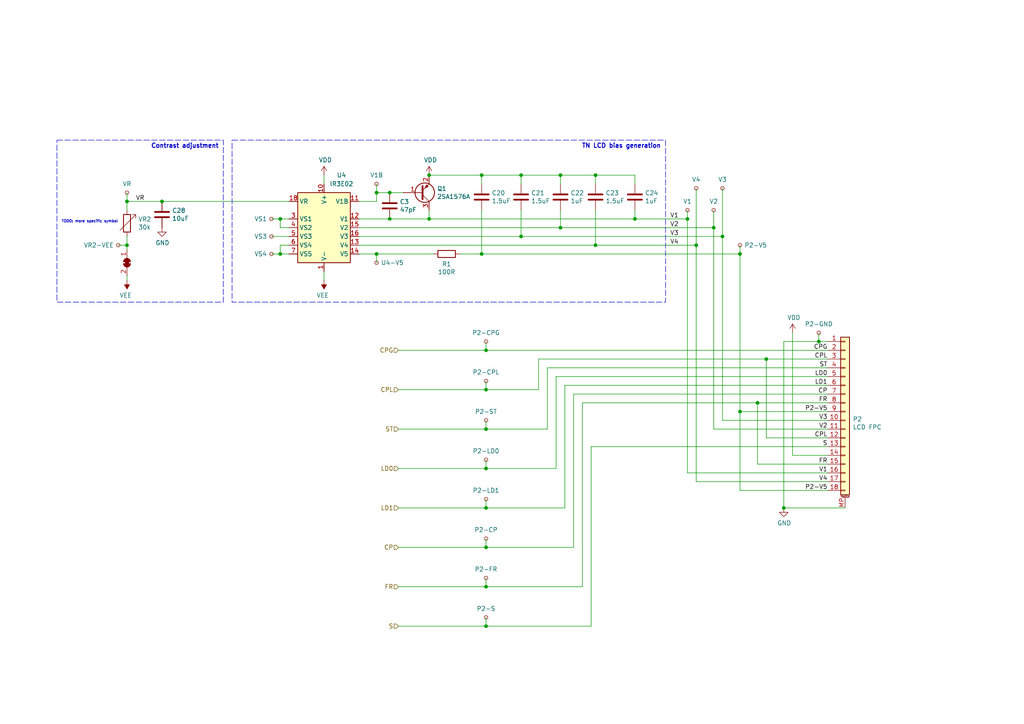
<source format=kicad_sch>
(kicad_sch (version 20230121) (generator eeschema)
  (paper "A4")
  (title_block (title "MGL-CPU-01") (date "2022-03-19") (rev "A") (company "https://gekkio.fi") (comment 1 "https://github.com/Gekkio/gb-schematics"))
  (lib_symbols
    (symbol "Connector:TestPoint_Small" (pin_numbers hide) (pin_names (offset 0.762) hide)
      (property "Reference" "TP" (at 0 3.81 0))
      (property "Value" "TestPoint_Small" (at 0 2.032 0))
      (symbol "TestPoint_Small_0_1"
        (circle (center 0 0) (radius 0.508))
      )
      (symbol "TestPoint_Small_1_1"
        (pin passive line (at 0 0 90) (length 0) (name "1") (number "1"))
      )
    )
    (symbol "Connector_Generic_MountingPin:Conn_01x18_MountingPin" (pin_names (offset 1.016) hide)
      (property "Reference" "J" (at 0 22.86 0))
      (property "Value" "Conn_01x18_MountingPin" (at 1.27 -25.4 0))
      (symbol "Conn_01x18_MountingPin_1_1"
        (rectangle (start -1.27 -22.733) (end 0 -22.987) (stroke (width 0.1524)))
        (rectangle (start -1.27 -20.193) (end 0 -20.447) (stroke (width 0.1524)))
        (rectangle (start -1.27 -17.653) (end 0 -17.907) (stroke (width 0.1524)))
        (rectangle (start -1.27 -15.113) (end 0 -15.367) (stroke (width 0.1524)))
        (rectangle (start -1.27 -12.573) (end 0 -12.827) (stroke (width 0.1524)))
        (rectangle (start -1.27 -10.033) (end 0 -10.287) (stroke (width 0.1524)))
        (rectangle (start -1.27 -7.493) (end 0 -7.747) (stroke (width 0.1524)))
        (rectangle (start -1.27 -4.953) (end 0 -5.207) (stroke (width 0.1524)))
        (rectangle (start -1.27 -2.413) (end 0 -2.667) (stroke (width 0.1524)))
        (rectangle (start -1.27 0.127) (end 0 -0.127) (stroke (width 0.1524)))
        (rectangle (start -1.27 2.667) (end 0 2.413) (stroke (width 0.1524)))
        (rectangle (start -1.27 5.207) (end 0 4.953) (stroke (width 0.1524)))
        (rectangle (start -1.27 7.747) (end 0 7.493) (stroke (width 0.1524)))
        (rectangle (start -1.27 10.287) (end 0 10.033) (stroke (width 0.1524)))
        (rectangle (start -1.27 12.827) (end 0 12.573) (stroke (width 0.1524)))
        (rectangle (start -1.27 15.367) (end 0 15.113) (stroke (width 0.1524)))
        (rectangle (start -1.27 17.907) (end 0 17.653) (stroke (width 0.1524)))
        (rectangle (start -1.27 20.447) (end 0 20.193) (stroke (width 0.1524)))
        (rectangle (start -1.27 21.59) (end 1.27 -24.13) (stroke (width 0.254)) (fill (type background)))
        (polyline (pts (xy -1.016 -24.892) (xy 1.016 -24.892)) (stroke (width 0.1524)))
        (text "Mounting" (at 0 -24.511 0) (effects (font (size 0.381 0.381))))
        (pin passive line (at -5.08 20.32 0) (length 3.81) (name "Pin_1") (number "1"))
        (pin passive line (at -5.08 -2.54 0) (length 3.81) (name "Pin_10") (number "10"))
        (pin passive line (at -5.08 -5.08 0) (length 3.81) (name "Pin_11") (number "11"))
        (pin passive line (at -5.08 -7.62 0) (length 3.81) (name "Pin_12") (number "12"))
        (pin passive line (at -5.08 -10.16 0) (length 3.81) (name "Pin_13") (number "13"))
        (pin passive line (at -5.08 -12.7 0) (length 3.81) (name "Pin_14") (number "14"))
        (pin passive line (at -5.08 -15.24 0) (length 3.81) (name "Pin_15") (number "15"))
        (pin passive line (at -5.08 -17.78 0) (length 3.81) (name "Pin_16") (number "16"))
        (pin passive line (at -5.08 -20.32 0) (length 3.81) (name "Pin_17") (number "17"))
        (pin passive line (at -5.08 -22.86 0) (length 3.81) (name "Pin_18") (number "18"))
        (pin passive line (at -5.08 17.78 0) (length 3.81) (name "Pin_2") (number "2"))
        (pin passive line (at -5.08 15.24 0) (length 3.81) (name "Pin_3") (number "3"))
        (pin passive line (at -5.08 12.7 0) (length 3.81) (name "Pin_4") (number "4"))
        (pin passive line (at -5.08 10.16 0) (length 3.81) (name "Pin_5") (number "5"))
        (pin passive line (at -5.08 7.62 0) (length 3.81) (name "Pin_6") (number "6"))
        (pin passive line (at -5.08 5.08 0) (length 3.81) (name "Pin_7") (number "7"))
        (pin passive line (at -5.08 2.54 0) (length 3.81) (name "Pin_8") (number "8"))
        (pin passive line (at -5.08 0 0) (length 3.81) (name "Pin_9") (number "9"))
        (pin passive line (at 0 -27.94 90) (length 3.048) (name "MountPin") (number "MP"))
      )
    )
    (symbol "Device:C" (pin_numbers hide) (pin_names (offset 0.254))
      (property "Reference" "C" (at 0.635 2.54 0))
      (property "Value" "C" (at 0.635 -2.54 0))
      (symbol "C_0_1"
        (polyline (pts (xy -2.032 -0.762) (xy 2.032 -0.762)) (stroke (width 0.508)))
        (polyline (pts (xy -2.032 0.762) (xy 2.032 0.762)) (stroke (width 0.508)))
      )
      (symbol "C_1_1"
        (pin passive line (at 0 3.81 270) (length 2.794) (name "~") (number "1"))
        (pin passive line (at 0 -3.81 90) (length 2.794) (name "~") (number "2"))
      )
    )
    (symbol "Device:Q_PNP_BEC" (pin_names (offset 0) hide)
      (property "Reference" "Q" (at 5.08 1.27 0))
      (property "Value" "Q_PNP_BEC" (at 5.08 -1.27 0))
      (symbol "Q_PNP_BEC_0_1"
        (polyline (pts (xy 0.635 0.635) (xy 2.54 2.54)))
        (polyline (pts (xy 0.635 -0.635) (xy 2.54 -2.54) (xy 2.54 -2.54)))
        (polyline (pts (xy 0.635 1.905) (xy 0.635 -1.905) (xy 0.635 -1.905)) (stroke (width 0.508)))
        (polyline (pts (xy 2.286 -1.778) (xy 1.778 -2.286) (xy 1.27 -1.27) (xy 2.286 -1.778) (xy 2.286 -1.778)) (fill (type outline)))
        (circle (center 1.27 0) (radius 2.8194) (stroke (width 0.254)))
      )
      (symbol "Q_PNP_BEC_1_1"
        (pin input line (at -5.08 0 0) (length 5.715) (name "B") (number "1"))
        (pin passive line (at 2.54 -5.08 90) (length 2.54) (name "E") (number "2"))
        (pin passive line (at 2.54 5.08 270) (length 2.54) (name "C") (number "3"))
      )
    )
    (symbol "Device:R" (pin_numbers hide) (pin_names (offset 0))
      (property "Reference" "R" (at 2.032 0 90))
      (property "Value" "R" (at 0 0 90))
      (symbol "R_0_1"
        (rectangle (start -1.016 -2.54) (end 1.016 2.54) (stroke (width 0.254)))
      )
      (symbol "R_1_1"
        (pin passive line (at 0 3.81 270) (length 1.27) (name "~") (number "1"))
        (pin passive line (at 0 -3.81 90) (length 1.27) (name "~") (number "2"))
      )
    )
    (symbol "Device:R_Variable" (pin_numbers hide) (pin_names (offset 0))
      (property "Reference" "R" (at 2.54 -2.54 90))
      (property "Value" "R_Variable" (at -2.54 -1.27 90))
      (symbol "R_Variable_0_1"
        (rectangle (start -1.016 -2.54) (end 1.016 2.54) (stroke (width 0.254)))
        (polyline (pts (xy 2.54 1.524) (xy 2.54 2.54) (xy 1.524 2.54) (xy 2.54 2.54) (xy -2.032 -2.032)))
      )
      (symbol "R_Variable_1_1"
        (pin passive line (at 0 3.81 270) (length 1.27) (name "~") (number "1"))
        (pin passive line (at 0 -3.81 90) (length 1.27) (name "~") (number "2"))
      )
    )
    (symbol "Gekkio_Regulator_Linear:IR3E02"
      (property "Reference" "U" (at -7.62 11.43 0))
      (property "Value" "IR3E02" (at 1.27 11.43 0))
      (symbol "IR3E02_0_1"
        (rectangle (start -7.62 10.16) (end 7.62 -10.16) (stroke (width 0.254)) (fill (type background)))
      )
      (symbol "IR3E02_1_1"
        (pin power_in line (at 0 -12.7 90) (length 2.54) (name "V-") (number "1"))
        (pin power_in line (at 0 12.7 270) (length 2.54) (name "V+") (number "10"))
        (pin output line (at 10.16 7.62 180) (length 2.54) (name "V1B") (number "11"))
        (pin input line (at 10.16 2.54 180) (length 2.54) (name "V1") (number "12"))
        (pin output line (at 10.16 -5.08 180) (length 2.54) (name "V4") (number "13"))
        (pin output line (at 10.16 -7.62 180) (length 2.54) (name "V5") (number "14"))
        (pin output line (at 10.16 0 180) (length 2.54) (name "V2") (number "15"))
        (pin output line (at 10.16 -2.54 180) (length 2.54) (name "V3") (number "16"))
        (pin input line (at -10.16 7.62 0) (length 2.54) (name "VR") (number "18"))
        (pin no_connect line (at -2.54 -10.16 90) (length 2.54) hide (name "NC") (number "2"))
        (pin passive line (at -10.16 2.54 0) (length 2.54) (name "VS1") (number "3"))
        (pin passive line (at -10.16 0 0) (length 2.54) (name "VS2") (number "4"))
        (pin passive line (at -10.16 -2.54 0) (length 2.54) (name "VS3") (number "5"))
        (pin passive line (at -10.16 -5.08 0) (length 2.54) (name "VS4") (number "6"))
        (pin passive line (at -10.16 -7.62 0) (length 2.54) (name "VS5") (number "7"))
        (pin no_connect line (at 2.54 -10.16 90) (length 2.54) hide (name "NC") (number "8"))
        (pin passive line (at 0 -12.7 90) (length 2.54) hide (name "V-") (number "9"))
      )
    )
    (symbol "Jumper:SolderJumper_2_Bridged" (pin_names (offset 0) hide)
      (property "Reference" "JP" (at 0 2.032 0))
      (property "Value" "SolderJumper_2_Bridged" (at 0 -2.54 0))
      (symbol "SolderJumper_2_Bridged_0_1"
        (rectangle (start -0.508 0.508) (end 0.508 -0.508) (fill (type outline)))
        (arc (start -0.254 1.016) (mid -1.2656 0) (end -0.254 -1.016))
        (arc (start -0.254 1.016) (mid -1.2656 0) (end -0.254 -1.016) (fill (type outline)))
        (polyline (pts (xy -0.254 1.016) (xy -0.254 -1.016)))
        (polyline (pts (xy 0.254 1.016) (xy 0.254 -1.016)))
        (arc (start 0.254 -1.016) (mid 1.2656 0) (end 0.254 1.016))
        (arc (start 0.254 -1.016) (mid 1.2656 0) (end 0.254 1.016) (fill (type outline)))
      )
      (symbol "SolderJumper_2_Bridged_1_1"
        (pin passive line (at -3.81 0 0) (length 2.54) (name "A") (number "1"))
        (pin passive line (at 3.81 0 180) (length 2.54) (name "B") (number "2"))
      )
    )
    (symbol "power:GND" (power) (pin_names (offset 0))
      (property "Value" "GND" (at 0 -3.81 0))
      (symbol "GND_0_1"
        (polyline (pts (xy 0 0) (xy 0 -1.27) (xy 1.27 -1.27) (xy 0 -2.54) (xy -1.27 -1.27) (xy 0 -1.27)))
      )
      (symbol "GND_1_1"
        (pin power_in line (at 0 0 270) (length 0) hide (name "GND") (number "1"))
      )
    )
    (symbol "power:VDD" (power) (pin_names (offset 0))
      (property "Value" "VDD" (at 0 3.81 0))
      (symbol "VDD_0_1"
        (polyline (pts (xy -0.762 1.27) (xy 0 2.54)))
        (polyline (pts (xy 0 0) (xy 0 2.54)))
        (polyline (pts (xy 0 2.54) (xy 0.762 1.27)))
      )
      (symbol "VDD_1_1"
        (pin power_in line (at 0 0 90) (length 0) hide (name "VDD") (number "1"))
      )
    )
    (symbol "power:VEE" (power) (pin_names (offset 0))
      (property "Value" "VEE" (at 0 3.81 0))
      (symbol "VEE_0_1"
        (polyline (pts (xy 0 0) (xy 0 2.54)))
        (polyline (pts (xy 0.762 1.27) (xy -0.762 1.27) (xy 0 2.54) (xy 0.762 1.27)) (fill (type outline)))
      )
      (symbol "VEE_1_1"
        (pin power_in line (at 0 0 90) (length 0) hide (name "VEE") (number "1"))
      )
    )
  )
  (junction (at 113.03 63.5))
  (junction (at 109.22 55.88))
  (junction (at 140.97 147.32))
  (junction (at 172.72 71.12))
  (junction (at 109.22 73.66))
  (junction (at 139.7 73.66))
  (junction (at 36.83 71.12))
  (junction (at 81.28 73.66))
  (junction (at 199.39 63.5))
  (junction (at 184.15 63.5))
  (junction (at 140.97 170.18))
  (junction (at 237.49 99.06))
  (junction (at 81.28 63.5))
  (junction (at 214.63 73.66))
  (junction (at 140.97 113.03))
  (junction (at 222.25 104.14))
  (junction (at 139.7 50.8))
  (junction (at 46.99 58.42))
  (junction (at 214.63 119.38))
  (junction (at 140.97 101.6))
  (junction (at 219.71 116.84))
  (junction (at 140.97 135.89))
  (junction (at 201.93 71.12))
  (junction (at 113.03 55.88))
  (junction (at 36.83 58.42))
  (junction (at 124.46 50.8))
  (junction (at 140.97 158.75))
  (junction (at 209.55 68.58))
  (junction (at 162.56 50.8))
  (junction (at 140.97 181.61))
  (junction (at 140.97 124.46))
  (junction (at 172.72 50.8))
  (junction (at 151.13 68.58))
  (junction (at 124.46 63.5))
  (junction (at 151.13 50.8))
  (junction (at 227.33 147.32))
  (junction (at 162.56 66.04))
  (junction (at 207.01 66.04))
  (wire (pts (xy 199.39 63.5) (xy 199.39 60.96)))
  (wire (pts (xy 36.83 58.42) (xy 36.83 60.96)))
  (wire (pts (xy 125.73 73.66) (xy 109.22 73.66)))
  (wire (pts (xy 139.7 73.66) (xy 214.63 73.66)))
  (wire (pts (xy 104.14 63.5) (xy 113.03 63.5)))
  (wire (pts (xy 78.74 68.58) (xy 83.82 68.58)))
  (wire (pts (xy 140.97 110.49) (xy 140.97 113.03)))
  (wire (pts (xy 115.57 170.18) (xy 140.97 170.18)))
  (wire (pts (xy 201.93 71.12) (xy 201.93 139.7)))
  (wire (pts (xy 36.83 71.12) (xy 36.83 72.39)))
  (wire (pts (xy 83.82 63.5) (xy 81.28 63.5)))
  (wire (pts (xy 78.74 63.5) (xy 81.28 63.5)))
  (wire (pts (xy 124.46 63.5) (xy 184.15 63.5)))
  (wire (pts (xy 240.03 137.16) (xy 199.39 137.16)))
  (wire (pts (xy 237.49 99.06) (xy 227.33 99.06)))
  (wire (pts (xy 209.55 68.58) (xy 209.55 54.61)))
  (wire (pts (xy 201.93 139.7) (xy 240.03 139.7)))
  (wire (pts (xy 158.75 106.68) (xy 158.75 124.46)))
  (wire (pts (xy 222.25 127) (xy 222.25 104.14)))
  (wire (pts (xy 161.29 135.89) (xy 140.97 135.89)))
  (wire (pts (xy 81.28 66.04) (xy 83.82 66.04)))
  (wire (pts (xy 36.83 55.88) (xy 36.83 58.42)))
  (wire (pts (xy 209.55 121.92) (xy 209.55 68.58)))
  (wire (pts (xy 78.74 73.66) (xy 81.28 73.66)))
  (wire (pts (xy 161.29 109.22) (xy 161.29 135.89)))
  (wire (pts (xy 214.63 142.24) (xy 240.03 142.24)))
  (wire (pts (xy 139.7 50.8) (xy 151.13 50.8)))
  (wire (pts (xy 139.7 53.34) (xy 139.7 50.8)))
  (wire (pts (xy 46.99 58.42) (xy 83.82 58.42)))
  (wire (pts (xy 240.03 134.62) (xy 219.71 134.62)))
  (wire (pts (xy 171.45 181.61) (xy 140.97 181.61)))
  (wire (pts (xy 104.14 58.42) (xy 109.22 58.42)))
  (wire (pts (xy 172.72 53.34) (xy 172.72 50.8)))
  (wire (pts (xy 104.14 68.58) (xy 151.13 68.58)))
  (wire (pts (xy 162.56 50.8) (xy 172.72 50.8)))
  (wire (pts (xy 240.03 121.92) (xy 209.55 121.92)))
  (wire (pts (xy 163.83 147.32) (xy 140.97 147.32)))
  (wire (pts (xy 109.22 55.88) (xy 109.22 58.42)))
  (wire (pts (xy 36.83 80.01) (xy 36.83 81.28)))
  (wire (pts (xy 240.03 99.06) (xy 237.49 99.06)))
  (wire (pts (xy 124.46 50.8) (xy 139.7 50.8)))
  (wire (pts (xy 166.37 158.75) (xy 140.97 158.75)))
  (wire (pts (xy 166.37 114.3) (xy 240.03 114.3)))
  (wire (pts (xy 81.28 63.5) (xy 81.28 66.04)))
  (wire (pts (xy 161.29 109.22) (xy 240.03 109.22)))
  (wire (pts (xy 227.33 99.06) (xy 227.33 147.32)))
  (wire (pts (xy 151.13 68.58) (xy 151.13 60.96)))
  (wire (pts (xy 115.57 181.61) (xy 140.97 181.61)))
  (wire (pts (xy 214.63 73.66) (xy 214.63 119.38)))
  (wire (pts (xy 139.7 73.66) (xy 133.35 73.66)))
  (wire (pts (xy 151.13 68.58) (xy 209.55 68.58)))
  (wire (pts (xy 93.98 78.74) (xy 93.98 81.28)))
  (wire (pts (xy 140.97 167.64) (xy 140.97 170.18)))
  (wire (pts (xy 104.14 66.04) (xy 162.56 66.04)))
  (wire (pts (xy 115.57 147.32) (xy 140.97 147.32)))
  (wire (pts (xy 113.03 63.5) (xy 124.46 63.5)))
  (wire (pts (xy 115.57 135.89) (xy 140.97 135.89)))
  (wire (pts (xy 214.63 142.24) (xy 214.63 119.38)))
  (wire (pts (xy 162.56 66.04) (xy 207.01 66.04)))
  (wire (pts (xy 115.57 158.75) (xy 140.97 158.75)))
  (wire (pts (xy 140.97 101.6) (xy 240.03 101.6)))
  (wire (pts (xy 168.91 170.18) (xy 140.97 170.18)))
  (wire (pts (xy 227.33 147.32) (xy 245.11 147.32)))
  (wire (pts (xy 229.87 96.52) (xy 229.87 132.08)))
  (wire (pts (xy 116.84 55.88) (xy 113.03 55.88)))
  (wire (pts (xy 168.91 116.84) (xy 168.91 170.18)))
  (wire (pts (xy 158.75 124.46) (xy 140.97 124.46)))
  (wire (pts (xy 115.57 124.46) (xy 140.97 124.46)))
  (wire (pts (xy 171.45 129.54) (xy 171.45 181.61)))
  (wire (pts (xy 166.37 114.3) (xy 166.37 158.75)))
  (wire (pts (xy 115.57 101.6) (xy 140.97 101.6)))
  (wire (pts (xy 113.03 55.88) (xy 109.22 55.88)))
  (wire (pts (xy 109.22 73.66) (xy 109.22 76.2)))
  (wire (pts (xy 214.63 71.12) (xy 214.63 73.66)))
  (wire (pts (xy 207.01 60.96) (xy 207.01 66.04)))
  (wire (pts (xy 93.98 50.8) (xy 93.98 53.34)))
  (wire (pts (xy 229.87 132.08) (xy 240.03 132.08)))
  (wire (pts (xy 81.28 73.66) (xy 83.82 73.66)))
  (wire (pts (xy 140.97 179.07) (xy 140.97 181.61)))
  (wire (pts (xy 158.75 106.68) (xy 240.03 106.68)))
  (wire (pts (xy 156.21 113.03) (xy 140.97 113.03)))
  (wire (pts (xy 172.72 50.8) (xy 184.15 50.8)))
  (wire (pts (xy 139.7 60.96) (xy 139.7 73.66)))
  (wire (pts (xy 240.03 116.84) (xy 219.71 116.84)))
  (wire (pts (xy 240.03 127) (xy 222.25 127)))
  (wire (pts (xy 184.15 50.8) (xy 184.15 53.34)))
  (wire (pts (xy 240.03 124.46) (xy 207.01 124.46)))
  (wire (pts (xy 34.29 71.12) (xy 36.83 71.12)))
  (wire (pts (xy 104.14 73.66) (xy 109.22 73.66)))
  (wire (pts (xy 83.82 71.12) (xy 81.28 71.12)))
  (wire (pts (xy 151.13 50.8) (xy 162.56 50.8)))
  (wire (pts (xy 219.71 134.62) (xy 219.71 116.84)))
  (wire (pts (xy 140.97 99.06) (xy 140.97 101.6)))
  (wire (pts (xy 199.39 63.5) (xy 199.39 137.16)))
  (wire (pts (xy 156.21 104.14) (xy 222.25 104.14)))
  (wire (pts (xy 237.49 96.52) (xy 237.49 99.06)))
  (wire (pts (xy 140.97 144.78) (xy 140.97 147.32)))
  (wire (pts (xy 104.14 71.12) (xy 172.72 71.12)))
  (wire (pts (xy 162.56 53.34) (xy 162.56 50.8)))
  (wire (pts (xy 184.15 60.96) (xy 184.15 63.5)))
  (wire (pts (xy 162.56 66.04) (xy 162.56 60.96)))
  (wire (pts (xy 124.46 63.5) (xy 124.46 60.96)))
  (wire (pts (xy 222.25 104.14) (xy 240.03 104.14)))
  (wire (pts (xy 109.22 53.34) (xy 109.22 55.88)))
  (wire (pts (xy 163.83 111.76) (xy 163.83 147.32)))
  (wire (pts (xy 172.72 60.96) (xy 172.72 71.12)))
  (wire (pts (xy 36.83 71.12) (xy 36.83 68.58)))
  (wire (pts (xy 156.21 104.14) (xy 156.21 113.03)))
  (wire (pts (xy 219.71 116.84) (xy 168.91 116.84)))
  (wire (pts (xy 140.97 133.35) (xy 140.97 135.89)))
  (wire (pts (xy 81.28 71.12) (xy 81.28 73.66)))
  (wire (pts (xy 163.83 111.76) (xy 240.03 111.76)))
  (wire (pts (xy 140.97 156.21) (xy 140.97 158.75)))
  (wire (pts (xy 151.13 53.34) (xy 151.13 50.8)))
  (wire (pts (xy 240.03 129.54) (xy 171.45 129.54)))
  (wire (pts (xy 184.15 63.5) (xy 199.39 63.5)))
  (wire (pts (xy 201.93 54.61) (xy 201.93 71.12)))
  (wire (pts (xy 140.97 121.92) (xy 140.97 124.46)))
  (wire (pts (xy 240.03 119.38) (xy 214.63 119.38)))
  (wire (pts (xy 207.01 124.46) (xy 207.01 66.04)))
  (wire (pts (xy 172.72 71.12) (xy 201.93 71.12)))
  (wire (pts (xy 36.83 58.42) (xy 46.99 58.42)))
  (wire (pts (xy 115.57 113.03) (xy 140.97 113.03)))
  (rectangle (start 67.31 40.64) (end 193.04 87.63) (stroke (width 0) (type dash)))
  (rectangle (start 16.51 40.64) (end 64.77 87.63) (stroke (width 0) (type dash)))
  (text "TODO: more specific symbol" (at 34.29 64.77 0) (effects (font (size 0.762 0.762)) (justify right bottom)))
  (text "TN LCD bias generation" (at 191.77 43.18 0) (effects (font (size 1.27 1.27) (thickness 0.254) bold) (justify right bottom)))
  (text "Contrast adjustment" (at 63.5 43.18 0) (effects (font (size 1.27 1.27) (thickness 0.254) bold) (justify right bottom)))
  (label "V3" (at 196.85 68.58 180))
  (label "VR" (at 39.37 58.42 0))
  (label "V1" (at 240.03 137.16 180))
  (label "CPL" (at 240.03 127 180))
  (label "CPG" (at 240.03 101.6 180))
  (label "CPL" (at 240.03 104.14 180))
  (label "V1" (at 196.85 63.5 180))
  (label "CP" (at 240.03 114.3 180))
  (label "ST" (at 240.03 106.68 180))
  (label "P2-V5" (at 240.03 142.24 180))
  (label "LD1" (at 240.03 111.76 180))
  (label "V3" (at 240.03 121.92 180))
  (label "V2" (at 196.85 66.04 180))
  (label "V4" (at 196.85 71.12 180))
  (label "FR" (at 240.03 134.62 180))
  (label "P2-V5" (at 240.03 119.38 180))
  (label "V2" (at 240.03 124.46 180))
  (label "V4" (at 240.03 139.7 180))
  (label "FR" (at 240.03 116.84 180))
  (label "LD0" (at 240.03 109.22 180))
  (label "S" (at 240.03 129.54 180))
  (hierarchical_label "CPL" (shape input) (at 115.57 113.03 180))
  (hierarchical_label "CPG" (shape input) (at 115.57 101.6 180))
  (hierarchical_label "FR" (shape input) (at 115.57 170.18 180))
  (hierarchical_label "ST" (shape input) (at 115.57 124.46 180))
  (hierarchical_label "LD0" (shape input) (at 115.57 135.89 180))
  (hierarchical_label "LD1" (shape input) (at 115.57 147.32 180))
  (hierarchical_label "CP" (shape input) (at 115.57 158.75 180))
  (hierarchical_label "S" (shape input) (at 115.57 181.61 180))
  (symbol (lib_id "Connector:TestPoint_Small") (at 140.97 99.06 90) (unit 1)
    (property "Reference" "TP71" (effects hide))
    (property "Value" "P2-CPG" (at 140.97 96.52 90))
  )
  (symbol (lib_id "Connector:TestPoint_Small") (at 140.97 110.49 90) (unit 1)
    (property "Reference" "TP72" (effects hide))
    (property "Value" "P2-CPL" (at 140.97 107.95 90))
  )
  (symbol (lib_id "Connector:TestPoint_Small") (at 140.97 121.92 90) (unit 1)
    (property "Reference" "TP73" (effects hide))
    (property "Value" "P2-ST" (at 140.97 119.38 90))
  )
  (symbol (lib_id "Connector:TestPoint_Small") (at 140.97 133.35 90) (unit 1)
    (property "Reference" "TP74" (effects hide))
    (property "Value" "P2-LD0" (at 140.97 130.81 90))
  )
  (symbol (lib_id "Connector:TestPoint_Small") (at 140.97 144.78 90) (unit 1)
    (property "Reference" "TP75" (effects hide))
    (property "Value" "P2-LD1" (at 140.97 142.24 90))
  )
  (symbol (lib_id "Connector:TestPoint_Small") (at 140.97 156.21 90) (unit 1)
    (property "Reference" "TP76" (effects hide))
    (property "Value" "P2-CP" (at 140.97 153.67 90))
  )
  (symbol (lib_id "Connector:TestPoint_Small") (at 140.97 167.64 90) (unit 1)
    (property "Reference" "TP77" (effects hide))
    (property "Value" "P2-FR" (at 140.97 165.1 90))
  )
  (symbol (lib_id "Connector:TestPoint_Small") (at 140.97 179.07 90) (unit 1)
    (property "Reference" "TP78" (effects hide))
    (property "Value" "P2-S" (at 140.97 176.53 90))
  )
  (symbol (lib_id "power:VEE") (at 93.98 81.28 180) (unit 1)
    (property "Reference" "#PWR0144" (effects hide))
    (property "Value" "VEE" (at 93.599 85.6742 0))
  )
  (symbol (lib_id "power:VDD") (at 93.98 50.8 0) (unit 1)
    (property "Reference" "#PWR0145" (effects hide))
    (property "Value" "VDD" (at 94.361 46.4058 0))
  )
  (symbol (lib_id "Device:Q_PNP_BEC") (at 121.92 55.88 0) (mirror x) (unit 1)
    (property "Reference" "Q1" (at 126.7714 54.7116 0) (effects (justify left)))
    (property "Value" "2SA1576A" (at 126.7714 57.023 0) (effects (justify left)))
  )
  (symbol (lib_id "power:VDD") (at 124.46 50.8 0) (unit 1)
    (property "Reference" "#PWR0146" (effects hide))
    (property "Value" "VDD" (at 124.841 46.4058 0))
  )
  (symbol (lib_id "Connector:TestPoint_Small") (at 237.49 96.52 0) (unit 1)
    (property "Reference" "TP84" (effects hide))
    (property "Value" "P2-GND" (at 237.49 93.98 0))
  )
  (symbol (lib_id "Connector:TestPoint_Small") (at 78.74 63.5 180) (unit 1)
    (property "Reference" "TP66" (effects hide))
    (property "Value" "VS1" (at 77.47 63.4999 0) (effects (justify left)))
  )
  (symbol (lib_id "Connector:TestPoint_Small") (at 78.74 68.58 180) (unit 1)
    (property "Reference" "TP67" (effects hide))
    (property "Value" "VS3" (at 77.47 68.5799 0) (effects (justify left)))
  )
  (symbol (lib_id "Connector:TestPoint_Small") (at 78.74 73.66 180) (unit 1)
    (property "Reference" "TP68" (effects hide))
    (property "Value" "VS4" (at 77.47 73.6599 0) (effects (justify left)))
  )
  (symbol (lib_id "Device:R_Variable") (at 36.83 64.77 0) (unit 1)
    (property "Reference" "VR2" (at 40.0812 63.6016 0) (effects (justify left)))
    (property "Value" "30k" (at 40.0812 65.913 0) (effects (justify left)))
  )
  (symbol (lib_id "Connector:TestPoint_Small") (at 34.29 71.12 90) (unit 1)
    (property "Reference" "TP64" (effects hide))
    (property "Value" "VR2-VEE" (at 33.02 71.1199 90) (effects (justify left)))
  )
  (symbol (lib_id "power:GND") (at 227.33 147.32 0) (unit 1)
    (property "Reference" "#PWR07" (effects hide))
    (property "Value" "GND" (at 227.457 151.7142 0))
  )
  (symbol (lib_id "Connector_Generic_MountingPin:Conn_01x18_MountingPin") (at 245.11 119.38 0) (unit 1)
    (property "Reference" "P2" (at 247.3452 121.5644 0) (effects (justify left)))
    (property "Value" "LCD FPC" (at 247.3452 123.8758 0) (effects (justify left)))
  )
  (symbol (lib_id "power:VDD") (at 229.87 96.52 0) (unit 1)
    (property "Reference" "#PWR08" (effects hide))
    (property "Value" "VDD" (at 230.251 92.1258 0))
  )
  (symbol (lib_id "Jumper:SolderJumper_2_Bridged") (at 36.83 76.2 270) (unit 1)
    (property "Reference" "JP1" (effects hide))
    (property "Value" "SolderJumper_2_Bridged" (effects hide))
  )
  (symbol (lib_id "power:VEE") (at 36.83 81.28 180) (unit 1)
    (property "Reference" "#PWR05" (effects hide))
    (property "Value" "VEE" (at 36.449 85.6742 0))
  )
  (symbol (lib_id "Device:C") (at 46.99 62.23 0) (unit 1)
    (property "Reference" "C28" (at 49.911 61.0616 0) (effects (justify left)))
    (property "Value" "10uF" (at 49.911 63.373 0) (effects (justify left)))
  )
  (symbol (lib_id "power:GND") (at 46.99 66.04 0) (unit 1)
    (property "Reference" "#PWR06" (effects hide))
    (property "Value" "GND" (at 47.117 70.4342 0))
  )
  (symbol (lib_id "Connector:TestPoint_Small") (at 36.83 55.88 90) (unit 1)
    (property "Reference" "TP65" (effects hide))
    (property "Value" "VR" (at 36.83 53.34 90))
  )
  (symbol (lib_id "Gekkio_Regulator_Linear:IR3E02") (at 93.98 66.04 0) (unit 1)
    (property "Reference" "U4" (at 99.06 50.8 0))
    (property "Value" "IR3E02" (at 99.06 53.34 0))
  )
  (symbol (lib_id "Connector:TestPoint_Small") (at 109.22 53.34 90) (unit 1)
    (property "Reference" "TP69" (effects hide))
    (property "Value" "V1B" (at 109.22 50.8 90))
  )
  (symbol (lib_id "Device:C") (at 113.03 59.69 0) (unit 1)
    (property "Reference" "C3" (at 115.951 58.5216 0) (effects (justify left)))
    (property "Value" "47pF" (at 115.951 60.833 0) (effects (justify left)))
  )
  (symbol (lib_id "Device:C") (at 184.15 57.15 0) (unit 1)
    (property "Reference" "C24" (at 187.071 55.9816 0) (effects (justify left)))
    (property "Value" "1uF" (at 187.071 58.293 0) (effects (justify left)))
  )
  (symbol (lib_id "Device:C") (at 162.56 57.15 0) (unit 1)
    (property "Reference" "C22" (at 165.481 55.9816 0) (effects (justify left)))
    (property "Value" "1uF" (at 165.481 58.293 0) (effects (justify left)))
  )
  (symbol (lib_id "Connector:TestPoint_Small") (at 109.22 76.2 270) (unit 1)
    (property "Reference" "TP70" (effects hide))
    (property "Value" "U4-V5" (at 110.49 76.1999 90) (effects (justify left)))
  )
  (symbol (lib_id "Device:R") (at 129.54 73.66 270) (unit 1)
    (property "Reference" "R1" (at 129.54 76.581 90))
    (property "Value" "100R" (at 129.54 78.8924 90))
  )
  (symbol (lib_id "Device:C") (at 139.7 57.15 0) (unit 1)
    (property "Reference" "C20" (at 142.621 55.9816 0) (effects (justify left)))
    (property "Value" "1.5uF" (at 142.621 58.293 0) (effects (justify left)))
  )
  (symbol (lib_id "Device:C") (at 151.13 57.15 0) (unit 1)
    (property "Reference" "C21" (at 154.051 55.9816 0) (effects (justify left)))
    (property "Value" "1.5uF" (at 154.051 58.293 0) (effects (justify left)))
  )
  (symbol (lib_id "Device:C") (at 172.72 57.15 0) (unit 1)
    (property "Reference" "C23" (at 175.641 55.9816 0) (effects (justify left)))
    (property "Value" "1.5uF" (at 175.641 58.293 0) (effects (justify left)))
  )
  (symbol (lib_id "Connector:TestPoint_Small") (at 214.63 71.12 0) (unit 1)
    (property "Reference" "TP83" (effects hide))
    (property "Value" "P2-V5" (at 215.9 71.1199 0) (effects (justify left)))
  )
  (symbol (lib_id "Connector:TestPoint_Small") (at 199.39 60.96 90) (unit 1)
    (property "Reference" "TP79" (effects hide))
    (property "Value" "V1" (at 199.39 58.42 90))
  )
  (symbol (lib_id "Connector:TestPoint_Small") (at 207.01 60.96 90) (unit 1)
    (property "Reference" "TP81" (effects hide))
    (property "Value" "V2" (at 207.01 58.42 90))
  )
  (symbol (lib_id "Connector:TestPoint_Small") (at 201.93 54.61 90) (unit 1)
    (property "Reference" "TP80" (effects hide))
    (property "Value" "V4" (at 201.93 52.07 90))
  )
  (symbol (lib_id "Connector:TestPoint_Small") (at 209.55 54.61 90) (unit 1)
    (property "Reference" "TP82" (effects hide))
    (property "Value" "V3" (at 209.55 52.07 90))
  )
)
</source>
